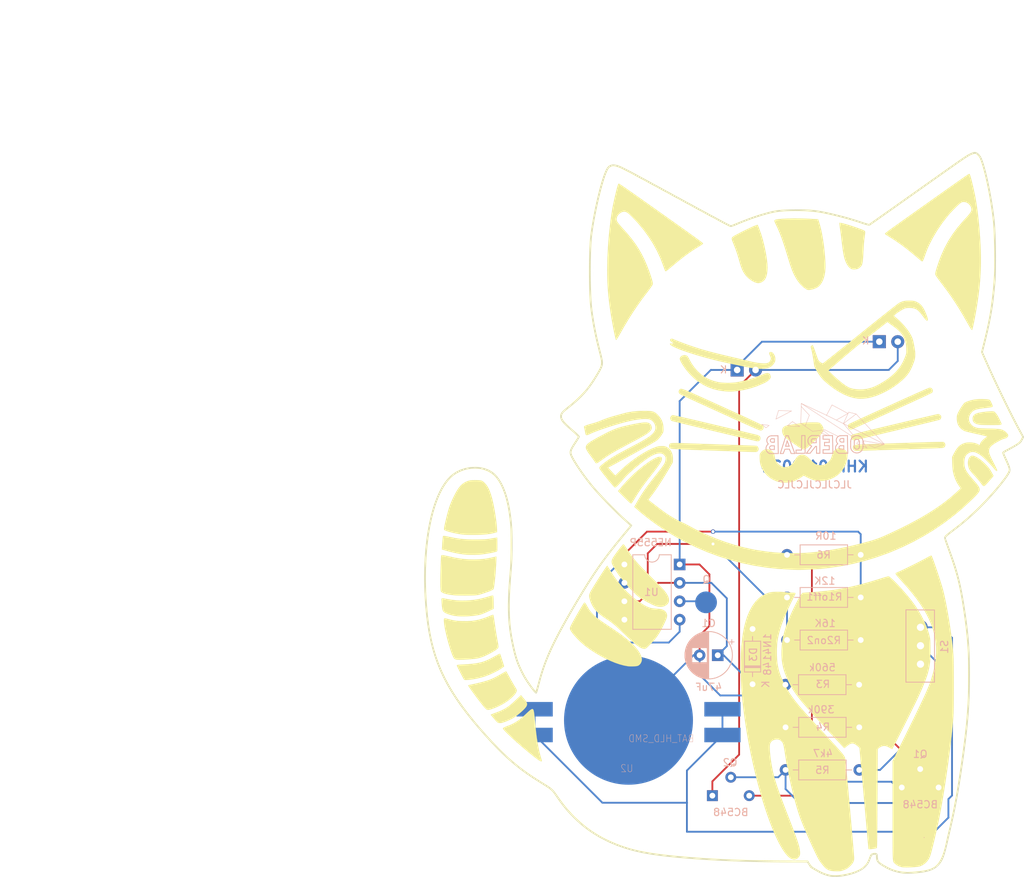
<source format=kicad_pcb>
(kicad_pcb (version 20221018) (generator pcbnew)
  (layers (0 "F.Cu" signal) (31 "B.Cu" signal) (34 "B.Paste" user) (35 "F.Paste" user) (36 "B.SilkS" user "B.Silkscreen") (37 "F.SilkS" user "F.Silkscreen") (38 "B.Mask" user) (39 "F.Mask" user) (44 "Edge.Cuts" user))
  (net 0 "")
  (net 1 "Net-(D3-K)")
  (net 2 "Net-(D1-K)")
  (net 3 "Net-(D1-A)")
  (net 4 "Net-(D3-A)")
  (net 5 "Net-(Q1-B)")
  (net 6 "Net-(Q1-C)")
  (net 7 "Net-(Q2-C)")
  (net 8 "Net-(S1-E)")
  (net 9 "Net-(S1-A-Pad1)")
  (net 11 "unconnected-(U1-Q-Pad3)")
  (footprint "LOGO" (layer "F.Cu") (at -18 15.7)
    (fp_text reference "G***" hide)
    (fp_text value "LOGO" hide)
  )
  (footprint "!Goody:LED_D3.0mm" (layer "F.Cu") (at 100.425 61.415)
    (fp_text reference "D2" hide)
    (fp_text value "LED")
  )
  (footprint "!Goody:ob-logo_B.SilkS" (layer "F.Cu") (at 98 90.765)
    (fp_text reference "G***" hide)
    (fp_text value "LOGO" hide)
  )
  (footprint "!Goody:TO-92L_Wide" (layer "F.Cu") (at 77.41 124.04)
    (fp_text reference "Q2" hide)
    (fp_text value "BC107" hide)
  )
  (footprint "!Goody:TO-92L_Wide" (layer "F.Cu") (at 103.52 122.91)
    (fp_text reference "Q1")
    (fp_text value "BC107")
  )
  (footprint "LOGO" (layer "F.Cu") (at 83.835589 83.92441)
    (fp_text reference "G***" hide)
    (fp_text value "LOGO" hide)
  )
  (footprint "!Goody:LED_D3.0mm" (layer "F.Cu") (at 80.825 65.315)
    (fp_text reference "D1" hide)
    (fp_text value "LED")
  )
  (footprint "LOGO" (layer "F.Cu") (at 83.835589 83.92441)
    (fp_text reference "G***" hide)
    (fp_text value "LOGO" hide)
  )
  (footprint "Resistor_THT:R_Axial_DIN0207_L6.3mm_D2.5mm_P10.16mm_Horizontal" (layer "B.Cu") (at 97.86 90.815 180)
    (fp_text reference "R6")
    (fp_text value "10R")
  )
  (footprint "Resistor_THT:R_Axial_DIN0207_L6.3mm_D2.5mm_P10.16mm_Horizontal" (layer "B.Cu") (at 87.48376 108.7316)
    (fp_text reference "R3")
    (fp_text value "560k")
  )
  (footprint "Diode_THT:D_DO-35_SOD27_P7.62mm_Horizontal" (layer "B.Cu") (at 82.95 108.665 90)
    (fp_text reference "D3")
    (fp_text value "1N4148")
  )
  (footprint "!Goody:Micro_SchalterKHF" (layer "B.Cu") (at 106.1 100.815 -90)
    (fp_text reference "S1")
    (fp_text value "Micro_Schalter")
  )
  (footprint "Resistor_THT:R_Axial_DIN0207_L6.3mm_D2.5mm_P10.16mm_Horizontal" (layer "B.Cu") (at 97.66 120.4872 180)
    (fp_text reference "R5")
    (fp_text value "4k7")
  )
  (footprint "!Goody:BAT-HLD-SMD-Blech" (layer "B.Cu") (at 65.846 113.639 180)
    (fp_text reference "U2")
    (fp_text value "BAT_HLD_SMD")
  )
  (footprint "Resistor_THT:R_Axial_DIN0207_L6.3mm_D2.5mm_P10.16mm_Horizontal" (layer "B.Cu") (at 97.86 102.5706 180)
    (fp_text reference "R2on2")
    (fp_text value "16K")
  )
  (footprint "Resistor_THT:R_Axial_DIN0207_L6.3mm_D2.5mm_P10.16mm_Horizontal" (layer "B.Cu") (at 97.86 96.6928 180)
    (fp_text reference "R1off1")
    (fp_text value "12K")
  )
  (footprint "Resistor_THT:R_Axial_DIN0207_L6.3mm_D2.5mm_P10.16mm_Horizontal" (layer "B.Cu") (at 97.66 114.6094 180)
    (fp_text reference "R4")
    (fp_text value "390k")
  )
  (footprint "Package_DIP:DIP-8_W7.62mm" (layer "B.Cu") (at 72.9 92.145 180)
    (fp_text reference "U1")
    (fp_text value "NE555P")
  )
  (footprint "Capacitor_THT:CP_Radial_D6.3mm_P2.50mm" (layer "B.Cu") (at 78.15 104.665 180)
    (fp_text reference "C1")
    (fp_text value "47uF")
  )
  (footprint "!Goody:LP" (layer "B.Cu") (at 76.54 97.37 180)
    (fp_text reference "Q")
    (fp_text value "LP")
  )
  (gr_line (start 46.498289 79.16861) (end 46.875789 79.37221) (stroke (width 0.1)) (layer "Edge.Cuts"))
  (gr_line (start 62.204589 64.51351) (end 62.214189 64.34391) (stroke (width 0.1)) (layer "Edge.Cuts"))
  (gr_line (start 58.300589 126.99981) (end 57.695189 126.36191) (stroke (width 0.1)) (layer "Edge.Cuts"))
  (gr_line (start 48.944389 82.62171) (end 49.146389 83.34751) (stroke (width 0.1)) (layer "Edge.Cuts"))
  (gr_line (start 61.507589 61.25471) (end 61.232089 59.96431) (stroke (width 0.1)) (layer "Edge.Cuts"))
  (gr_line (start 46.094289 79.00891) (end 46.498289 79.16861) (stroke (width 0.1)) (layer "Edge.Cuts"))
  (gr_line (start 63.530389 37.09217) (end 63.655889 37.0662) (stroke (width 0.1)) (layer "Edge.Cuts"))
  (gr_line (start 60.695889 46.88861) (end 60.749989 46.44421) (stroke (width 0.1)) (layer "Edge.Cuts"))
  (gr_line (start 107.235589 134.36541) (end 106.830889 134.46441) (stroke (width 0.1)) (layer "Edge.Cuts"))
  (gr_line (start 37.849049 91.57551) (end 37.943089 90.22951) (stroke (width 0.1)) (layer "Edge.Cuts"))
  (gr_line (start 57.703889 99.01921) (end 58.834089 97.08991) (stroke (width 0.1)) (layer "Edge.Cuts"))
  (gr_line (start 111.887789 119.24001) (end 111.420889 122.36911) (stroke (width 0.1)) (layer "Edge.Cuts"))
  (gr_line (start 43.853289 78.85491) (end 44.314389 78.80091) (stroke (width 0.1)) (layer "Edge.Cuts"))
  (gr_line (start 58.983789 74.60851) (end 59.028089 74.50131) (stroke (width 0.1)) (layer "Edge.Cuts"))
  (gr_line (start 49.765989 88.79941) (end 49.767189 89.86981) (stroke (width 0.1)) (layer "Edge.Cuts"))
  (gr_line (start 63.944089 37.07227) (end 64.115789 37.10732) (stroke (width 0.1)) (layer "Edge.Cuts"))
  (gr_line (start 91.056989 43.33831) (end 91.897489 43.42791) (stroke (width 0.1)) (layer "Edge.Cuts"))
  (gr_line (start 51.175889 107.04941) (end 51.379689 107.43921) (stroke (width 0.1)) (layer "Edge.Cuts"))
  (gr_line (start 65.608089 86.22561) (end 65.078789 85.75311) (stroke (width 0.1)) (layer "Edge.Cuts"))
  (gr_line (start 118.411089 79.20631) (end 118.372789 79.33761) (stroke (width 0.1)) (layer "Edge.Cuts"))
  (gr_line (start 49.767189 89.86981) (end 49.738389 90.98031) (stroke (width 0.1)) (layer "Edge.Cuts"))
  (gr_line (start 61.232089 59.96431) (end 60.982689 58.58871) (stroke (width 0.1)) (layer "Edge.Cuts"))
  (gr_line (start 120.072489 74.97741) (end 120.005889 75.09951) (stroke (width 0.1)) (layer "Edge.Cuts"))
  (gr_line (start 109.366589 132.04741) (end 109.182089 132.54341) (stroke (width 0.1)) (layer "Edge.Cuts"))
  (gr_line (start 112.823689 107.44661) (end 112.812989 108.88261) (stroke (width 0.1)) (layer "Edge.Cuts"))
  (gr_line (start 56.649589 71.31761) (end 56.717089 71.20691) (stroke (width 0.1)) (layer "Edge.Cuts"))
  (gr_line (start 49.247789 118.88941) (end 48.376089 118.06851) (stroke (width 0.1)) (layer "Edge.Cuts"))
  (gr_line (start 52.008589 108.45601) (end 52.500489 109.14381) (stroke (width 0.1)) (layer "Edge.Cuts"))
  (gr_line (start 60.579389 54.81041) (end 60.535389 53.32571) (stroke (width 0.1)) (layer "Edge.Cuts"))
  (gr_line (start 97.404589 44.79381) (end 97.877389 44.95991) (stroke (width 0.1)) (layer "Edge.Cuts"))
  (gr_line (start 112.797189 105.16001) (end 112.817289 106.24331) (stroke (width 0.1)) (layer "Edge.Cuts"))
  (gr_line (start 47.531889 79.91221) (end 47.702689 80.10951) (stroke (width 0.1)) (layer "Edge.Cuts"))
  (gr_line (start 40.318089 81.32161) (end 40.538589 80.98231) (stroke (width 0.1)) (layer "Edge.Cuts"))
  (gr_line (start 56.539789 71.75251) (end 56.563889 71.57021) (stroke (width 0.1)) (layer "Edge.Cuts"))
  (gr_line (start 47.702689 80.10951) (end 47.866889 80.32391) (stroke (width 0.1)) (layer "Edge.Cuts"))
  (gr_line (start 116.338789 53.08921) (end 116.147689 55.00491) (stroke (width 0.1)) (layer "Edge.Cuts"))
  (gr_line (start 101.910889 134.20141) (end 101.451189 133.97841) (stroke (width 0.1)) (layer "Edge.Cuts"))
  (gr_line (start 99.273189 132.31441) (end 99.189489 132.52841) (stroke (width 0.1)) (layer "Edge.Cuts"))
  (gr_line (start 97.123589 134.63041) (end 96.674489 134.77941) (stroke (width 0.1)) (layer "Edge.Cuts"))
  (gr_line (start 90.872189 133.67141) (end 90.760289 133.51041) (stroke (width 0.1)) (layer "Edge.Cuts"))
  (gr_line (start 112.184589 36.0373) (end 112.779689 35.66872) (stroke (width 0.1)) (layer "Edge.Cuts"))
  (gr_line (start 60.520289 51.74591) (end 60.534189 50.16931) (stroke (width 0.1)) (layer "Edge.Cuts"))
  (gr_line (start 118.202289 79.67281) (end 117.881189 80.14711) (stroke (width 0.1)) (layer "Edge.Cuts"))
  (gr_line (start 51.948889 121.03851) (end 51.014489 120.35801) (stroke (width 0.1)) (layer "Edge.Cuts"))
  (gr_line (start 110.474189 127.37491) (end 110.178489 128.66351) (stroke (width 0.1)) (layer "Edge.Cuts"))
  (gr_line (start 90.139689 43.28061) (end 91.056989 43.33831) (stroke (width 0.1)) (layer "Edge.Cuts"))
  (gr_line (start 60.753989 57.10021) (end 60.699489 56.64351) (stroke (width 0.1)) (layer "Edge.Cuts"))
  (gr_line (start 55.043789 123.03071) (end 54.779789 122.84541) (stroke (width 0.1)) (layer "Edge.Cuts"))
  (gr_line (start 59.028089 74.50131) (end 58.939589 74.39151) (stroke (width 0.1)) (layer "Edge.Cuts"))
  (gr_line (start 63.792289 37.05906) (end 63.944089 37.07227) (stroke (width 0.1)) (layer "Edge.Cuts"))
  (gr_line (start 49.492389 100.79351) (end 49.572989 101.41851) (stroke (width 0.1)) (layer "Edge.Cuts"))
  (gr_line (start 114.997789 83.55161) (end 114.126689 84.43101) (stroke (width 0.1)) (layer "Edge.Cuts"))
  (gr_line (start 116.415289 49.00821) (end 116.424589 50.26611) (stroke (width 0.1)) (layer "Edge.Cuts"))
  (gr_line (start 61.054889 81.60181) (end 60.612589 81.07201) (stroke (width 0.1)) (layer "Edge.Cuts"))
  (gr_line (start 107.603089 134.23941) (end 107.235589 134.36541) (stroke (width 0.1)) (layer "Edge.Cuts"))
  (gr_line (start 117.881189 80.14711) (end 117.378689 80.81151) (stroke (width 0.1)) (layer "Edge.Cuts"))
  (gr_line (start 60.648989 47.42001) (end 60.695889 46.88861) (stroke (width 0.1)) (layer "Edge.Cuts"))
  (gr_line (start 98.945689 133.18141) (end 98.844089 133.36541) (stroke (width 0.1)) (layer "Edge.Cuts"))
  (gr_line (start 66.869989 131.65741) (end 65.942089 131.40941) (stroke (width 0.1)) (layer "Edge.Cuts"))
  (gr_line (start 102.180889 134.31141) (end 101.910889 134.20141) (stroke (width 0.1)) (layer "Edge.Cuts"))
  (gr_line (start 50.120689 119.64711) (end 49.247789 118.88941) (stroke (width 0.1)) (layer "Edge.Cuts"))
  (gr_line (start 116.424589 50.26611) (end 116.415689 51.42211) (stroke (width 0.1)) (layer "Edge.Cuts"))
  (gr_line (start 102.078189 43.16791) (end 106.328589 40.15771) (stroke (width 0.1)) (layer "Edge.Cuts"))
  (gr_line (start 99.371789 132.18141) (end 99.319089 132.23941) (stroke (width 0.1)) (layer "Edge.Cuts"))
  (gr_line (start 110.018989 87.88331) (end 109.682189 88.17141) (stroke (width 0.1)) (layer "Edge.Cuts"))
  (gr_line (start 58.436889 75.46741) (end 58.857489 74.82641) (stroke (width 0.1)) (layer "Edge.Cuts"))
  (gr_line (start 112.623489 112.94441) (end 112.497589 114.34611) (stroke (width 0.1)) (layer "Edge.Cuts"))
  (gr_line (start 56.717089 71.20691) (end 56.819389 71.08781) (stroke (width 0.1)) (layer "Edge.Cuts"))
  (gr_line (start 102.477089 134.41541) (end 102.180889 134.31141) (stroke (width 0.1)) (layer "Edge.Cuts"))
  (gr_line (start 119.687389 75.43871) (end 119.314789 75.69041) (stroke (width 0.1)) (layer "Edge.Cuts"))
  (gr_line (start 62.214189 64.34391) (end 62.205789 64.16291) (stroke (width 0.1)) (layer "Edge.Cuts"))
  (gr_line (start 49.146389 83.34751) (end 49.320789 84.12931) (stroke (width 0.1)) (layer "Edge.Cuts"))
  (gr_line (start 61.630989 41.73941) (end 61.966089 40.38021) (stroke (width 0.1)) (layer "Edge.Cuts"))
  (gr_line (start 104.785889 134.69841) (end 104.339689 134.70941) (stroke (width 0.1)) (layer "Edge.Cuts"))
  (gr_line (start 58.939589 74.39151) (end 58.703989 74.16681) (stroke (width 0.1)) (layer "Edge.Cuts"))
  (gr_line (start 110.851289 92.44301) (end 111.138689 93.41291) (stroke (width 0.1)) (layer "Edge.Cuts"))
  (gr_line (start 42.511289 79.26541) (end 42.946789 79.08751) (stroke (width 0.1)) (layer "Edge.Cuts"))
  (gr_line (start 63.340189 130.45841) (end 62.532689 130.07141) (stroke (width 0.1)) (layer "Edge.Cuts"))
  (gr_line (start 64.177389 130.81041) (end 63.340189 130.45841) (stroke (width 0.1)) (layer "Edge.Cuts"))
  (gr_line (start 57.182789 70.76801) (end 57.849389 70.24531) (stroke (width 0.1)) (layer "Edge.Cuts"))
  (gr_line (start 115.067389 60.96421) (end 114.593889 62.85261) (stroke (width 0.1)) (layer "Edge.Cuts"))
  (gr_line (start 94.914089 135.12841) (end 94.565989 135.15741) (stroke (width 0.1)) (layer "Edge.Cuts"))
  (gr_line (start 49.589289 93.31291) (end 49.447089 95.13351) (stroke (width 0.1)) (layer "Edge.Cuts"))
  (gr_line (start 116.387489 52.39131) (end 116.338789 53.08921) (stroke (width 0.1)) (layer "Edge.Cuts"))
  (gr_line (start 44.773989 78.78891) (end 45.227189 78.81941) (stroke (width 0.1)) (layer "Edge.Cuts"))
  (gr_line (start 56.046189 124.22941) (end 55.623689 123.61761) (stroke (width 0.1)) (layer "Edge.Cuts"))
  (gr_line (start 64.214189 89.23481) (end 65.121689 88.13091) (stroke (width 0.1)) (layer "Edge.Cuts"))
  (gr_line (start 59.796889 68.43361) (end 60.214789 67.93061) (stroke (width 0.1)) (layer "Edge.Cuts"))
  (gr_line (start 118.115289 78.13281) (end 118.276989 78.53131) (stroke (width 0.1)) (layer "Edge.Cuts"))
  (gr_line (start 50.350889 105.04551) (end 50.477989 105.42551) (stroke (width 0.1)) (layer "Edge.Cuts"))
  (gr_line (start 60.612589 81.07201) (end 60.055389 80.35121) (stroke (width 0.1)) (layer "Edge.Cuts"))
  (gr_line (start 101.100989 133.77341) (end 100.740889 133.54041) (stroke (width 0.1)) (layer "Edge.Cuts"))
  (gr_line (start 95.595389 44.25791) (end 96.860389 44.61971) (stroke (width 0.1)) (layer "Edge.Cuts"))
  (gr_line (start 63.174989 37.26799) (end 63.411489 37.13546) (stroke (width 0.1)) (layer "Edge.Cuts"))
  (gr_line (start 53.254489 109.43521) (end 53.510989 108.45671) (stroke (width 0.1)) (layer "Edge.Cuts"))
  (gr_line (start 97.511889 134.46941) (end 97.123589 134.63041) (stroke (width 0.1)) (layer "Edge.Cuts"))
  (gr_line (start 56.565289 71.94291) (end 56.539789 71.75251) (stroke (width 0.1)) (layer "Edge.Cuts"))
  (gr_line (start 60.404689 94.52761) (end 61.138489 93.40091) (stroke (width 0.1)) (layer "Edge.Cuts"))
  (gr_line (start 61.391689 66.20031) (end 61.727489 65.63671) (stroke (width 0.1)) (layer "Edge.Cuts"))
  (gr_line (start 61.138489 93.40091) (end 61.865689 92.33771) (stroke (width 0.1)) (layer "Edge.Cuts"))
  (gr_line (start 118.372789 79.33761) (end 118.304489 79.49101) (stroke (width 0.1)) (layer "Edge.Cuts"))
  (gr_line (start 57.117889 125.68771) (end 56.568289 124.97691) (stroke (width 0.1)) (layer "Edge.Cuts"))
  (gr_line (start 94.156889 43.89431) (end 95.595389 44.25791) (stroke (width 0.1)) (layer "Edge.Cuts"))
  (gr_line (start 41.495489 109.67321) (end 40.905189 108.66231) (stroke (width 0.1)) (layer "Edge.Cuts"))
  (gr_line (start 110.522489 91.44941) (end 110.851289 92.44301) (stroke (width 0.1)) (layer "Edge.Cuts"))
  (gr_line (start 116.147689 55.00491) (end 116.078089 55.66271) (stroke (width 0.1)) (layer "Edge.Cuts"))
  (gr_line (start 42.152489 110.69321) (end 41.495489 109.67321) (stroke (width 0.1)) (layer "Edge.Cuts"))
  (gr_line (start 80.351689 45.35051) (end 81.134789 45.02371) (stroke (width 0.1)) (layer "Edge.Cuts"))
  (gr_line (start 39.174589 83.84431) (end 39.343189 83.36961) (stroke (width 0.1)) (layer "Edge.Cuts"))
  (gr_line (start 62.205789 64.16291) (end 62.137389 63.74151) (stroke (width 0.1)) (layer "Edge.Cuts"))
  (gr_line (start 94.565989 135.15741) (end 94.230289 135.15641) (stroke (width 0.1)) (layer "Edge.Cuts"))
  (gr_line (start 115.444289 59.35481) (end 115.067389 60.96421) (stroke (width 0.1)) (layer "Edge.Cuts"))
  (gr_line (start 39.911189 106.63981) (end 39.500589 105.61441) (stroke (width 0.1)) (layer "Edge.Cuts"))
  (gr_line (start 57.894889 76.96571) (end 57.852689 76.82881) (stroke (width 0.1)) (layer "Edge.Cuts"))
  (gr_line (start 65.044589 131.12741) (end 64.177389 130.81041) (stroke (width 0.1)) (layer "Edge.Cuts"))
  (gr_line (start 53.510989 108.45671) (end 53.840289 107.26951) (stroke (width 0.1)) (layer "Edge.Cuts"))
  (gr_line (start 68.537889 131.99841) (end 67.828589 131.86941) (stroke (width 0.1)) (layer "Edge.Cuts"))
  (gr_line (start 97.877389 44.95991) (end 98.302089 45.10781) (stroke (width 0.1)) (layer "Edge.Cuts"))
  (gr_line (start 63.655889 37.0662) (end 63.792289 37.05906) (stroke (width 0.1)) (layer "Edge.Cuts"))
  (gr_line (start 100.452589 133.36841) (end 100.342489 133.26541) (stroke (width 0.1)) (layer "Edge.Cuts"))
  (gr_line (start 38.354729 101.25621) (end 38.175339 100.06781) (stroke (width 0.1)) (layer "Edge.Cuts"))
  (gr_line (start 61.628489 82.24611) (end 61.054889 81.60181) (stroke (width 0.1)) (layer "Edge.Cuts"))
  (gr_line (start 111.622489 95.42101) (end 111.835689 96.52871) (stroke (width 0.1)) (layer "Edge.Cuts"))
  (gr_line (start 114.019589 35.54061) (end 114.233189 35.77095) (stroke (width 0.1)) (layer "Edge.Cuts"))
  (gr_line (start 53.125189 109.86481) (end 53.254489 109.43521) (stroke (width 0.1)) (layer "Edge.Cuts"))
  (gr_line (start 55.257189 103.62141) (end 55.933789 102.24571) (stroke (width 0.1)) (layer "Edge.Cuts"))
  (gr_line (start 104.339689 134.70941) (end 103.917589 134.69241) (stroke (width 0.1)) (layer "Edge.Cuts"))
  (gr_line (start 91.267389 134.04541) (end 91.142389 133.95541) (stroke (width 0.1)) (layer "Edge.Cuts"))
  (gr_line (start 117.509789 76.68941) (end 117.517189 76.75691) (stroke (width 0.1)) (layer "Edge.Cuts"))
  (gr_line (start 49.674589 86.78821) (end 49.734989 87.77141) (stroke (width 0.1)) (layer "Edge.Cuts"))
  (gr_line (start 91.583889 134.20241) (end 91.267189 134.04541) (stroke (width 0.1)) (layer "Edge.Cuts"))
  (gr_line (start 43.680289 112.78811) (end 42.879589 111.72921) (stroke (width 0.1)) (layer "Edge.Cuts"))
  (gr_line (start 92.150289 134.55841) (end 91.848689 134.38041) (stroke (width 0.1)) (layer "Edge.Cuts"))
  (gr_line (start 57.934989 73.50311) (end 57.546089 73.17121) (stroke (width 0.1)) (layer "Edge.Cuts"))
  (gr_line (start 118.276989 78.53131) (end 118.384589 78.86421) (stroke (width 0.1)) (layer "Edge.Cuts"))
  (gr_line (start 84.774289 43.75371) (end 85.342389 43.60361) (stroke (width 0.1)) (layer "Edge.Cuts"))
  (gr_line (start 51.587889 107.80571) (end 52.008589 108.45601) (stroke (width 0.1)) (layer "Edge.Cuts"))
  (gr_line (start 49.734989 87.77141) (end 49.765989 88.79941) (stroke (width 0.1)) (layer "Edge.Cuts"))
  (gr_line (start 116.078089 55.66271) (end 115.988689 56.35131) (stroke (width 0.1)) (layer "Edge.Cuts"))
  (gr_line (start 98.362289 133.93141) (end 98.126389 134.11741) (stroke (width 0.1)) (layer "Edge.Cuts"))
  (gr_line (start 86.533189 43.37761) (end 87.342389 43.30341) (stroke (width 0.1)) (layer "Edge.Cuts"))
  (gr_line (start 37.797299 92.96391) (end 37.849049 91.57551) (stroke (width 0.1)) (layer "Edge.Cuts"))
  (gr_line (start 61.308189 43.23521) (end 61.630989 41.73941) (stroke (width 0.1)) (layer "Edge.Cuts"))
  (gr_line (start 61.727489 65.63671) (end 61.971089 65.20081) (stroke (width 0.1)) (layer "Edge.Cuts"))
  (gr_line (start 99.713589 132.07341) (end 99.510189 132.10841) (stroke (width 0.1)) (layer "Edge.Cuts"))
  (gr_line (start 40.767389 80.66801) (end 41.004189 80.37971) (stroke (width 0.1)) (layer "Edge.Cuts"))
  (gr_line (start 54.962889 104.26701) (end 55.257189 103.62141) (stroke (width 0.1)) (layer "Edge.Cuts"))
  (gr_line (start 58.388789 69.80971) (end 58.889389 69.36681) (stroke (width 0.1)) (layer "Edge.Cuts"))
  (gr_line (start 40.538589 80.98231) (end 40.767389 80.66801) (stroke (width 0.1)) (layer "Edge.Cuts"))
  (gr_line (start 113.805189 35.40038) (end 113.914889 35.4583) (stroke (width 0.1)) (layer "Edge.Cuts"))
  (gr_line (start 117.378689 80.81151) (end 116.635389 81.73061) (stroke (width 0.1)) (layer "Edge.Cuts"))
  (gr_line (start 46.557589 116.17191) (end 45.515789 115.00251) (stroke (width 0.1)) (layer "Edge.Cuts"))
  (gr_line (start 106.328589 40.15771) (end 110.388089 37.28216) (stroke (width 0.1)) (layer "Edge.Cuts"))
  (gr_line (start 113.685889 35.36869) (end 113.805189 35.40038) (stroke (width 0.1)) (layer "Edge.Cuts"))
  (gr_line (start 110.562689 87.47651) (end 110.018989 87.88331) (stroke (width 0.1)) (layer "Edge.Cuts"))
  (gr_line (start 62.128189 64.84291) (end 62.176189 64.67771) (stroke (width 0.1)) (layer "Edge.Cuts"))
  (gr_line (start 112.132789 117.45491) (end 111.887789 119.24001) (stroke (width 0.1)) (layer "Edge.Cuts"))
  (gr_line (start 97.844489 134.29741) (end 97.511889 134.46941) (stroke (width 0.1)) (layer "Edge.Cuts"))
  (gr_line (start 58.313889 77.79621) (end 58.057289 77.32881) (stroke (width 0.1)) (layer "Edge.Cuts"))
  (gr_line (start 102.799289 134.50841) (end 102.477089 134.41541) (stroke (width 0.1)) (layer "Edge.Cuts"))
  (gr_line (start 116.036089 43.21791) (end 116.220289 44.64831) (stroke (width 0.1)) (layer "Edge.Cuts"))
  (gr_line (start 111.835689 96.52871) (end 112.040889 97.75191) (stroke (width 0.1)) (layer "Edge.Cuts"))
  (gr_line (start 114.344189 35.94121) (end 114.463689 36.1933) (stroke (width 0.1)) (layer "Edge.Cuts"))
  (gr_line (start 93.601089 135.08341) (end 93.310389 135.01841) (stroke (width 0.1)) (layer "Edge.Cuts"))
  (gr_line (start 99.090389 132.83341) (end 98.945689 133.18141) (stroke (width 0.1)) (layer "Edge.Cuts"))
  (gr_line (start 62.773989 37.8942) (end 62.917889 37.60135) (stroke (width 0.1)) (layer "Edge.Cuts"))
  (gr_line (start 84.138089 133.10341) (end 81.379889 133.03041) (stroke (width 0.1)) (layer "Edge.Cuts"))
  (gr_line (start 37.905179 97.32581) (end 37.824429 95.84491) (stroke (width 0.1)) (layer "Edge.Cuts"))
  (gr_line (start 38.573529 102.39821) (end 38.354729 101.25621) (stroke (width 0.1)) (layer "Edge.Cuts"))
  (gr_line (start 79.968989 45.48641) (end 80.351689 45.35051) (stroke (width 0.1)) (layer "Edge.Cuts"))
  (gr_line (start 56.777489 72.36571) (end 56.643489 72.14581) (stroke (width 0.1)) (layer "Edge.Cuts"))
  (gr_line (start 37.943089 90.22951) (end 38.078499 88.93171) (stroke (width 0.1)) (layer "Edge.Cuts"))
  (gr_line (start 57.980189 76.22081) (end 58.166389 75.88141) (stroke (width 0.1)) (layer "Edge.Cuts"))
  (gr_line (start 120.005889 75.09951) (end 119.923589 75.21391) (stroke (width 0.1)) (layer "Edge.Cuts"))
  (gr_line (start 100.740889 133.54041) (end 100.585089 133.45941) (stroke (width 0.1)) (layer "Edge.Cuts"))
  (gr_line (start 110.388089 37.28216) (end 111.399989 36.57017) (stroke (width 0.1)) (layer "Edge.Cuts"))
  (gr_line (start 52.500489 109.14381) (end 52.920389 109.67731) (stroke (width 0.1)) (layer "Edge.Cuts"))
  (gr_line (start 115.500089 64.91531) (end 116.444089 66.96931) (stroke (width 0.1)) (layer "Edge.Cuts"))
  (gr_line (start 61.966089 40.38021) (end 62.300689 39.20541) (stroke (width 0.1)) (layer "Edge.Cuts"))
  (gr_line (start 100.342489 133.26541) (end 100.254089 133.14741) (stroke (width 0.1)) (layer "Edge.Cuts"))
  (gr_line (start 112.779689 35.66872) (end 113.017989 35.54141) (stroke (width 0.1)) (layer "Edge.Cuts"))
  (gr_line (start 114.463689 36.1933) (end 114.590389 36.52065) (stroke (width 0.1)) (layer "Edge.Cuts"))
  (gr_line (start 112.817289 106.24331) (end 112.823689 107.44661) (stroke (width 0.1)) (layer "Edge.Cuts"))
  (gr_line (start 110.143789 90.39741) (end 110.522489 91.44941) (stroke (width 0.1)) (layer "Edge.Cuts"))
  (gr_line (start 112.705689 103.20681) (end 112.760789 104.16011) (stroke (width 0.1)) (layer "Edge.Cuts"))
  (gr_line (start 115.279689 39.05751) (end 115.554089 40.37011) (stroke (width 0.1)) (layer "Edge.Cuts"))
  (gr_line (start 106.830889 134.46441) (end 106.386389 134.54041) (stroke (width 0.1)) (layer "Edge.Cuts"))
  (gr_line (start 103.519889 134.65141) (end 103.146989 134.58841) (stroke (width 0.1)) (layer "Edge.Cuts"))
  (gr_line (start 117.523389 76.65951) (end 117.509789 76.68941) (stroke (width 0.1)) (layer "Edge.Cuts"))
  (gr_line (start 59.643389 95.74741) (end 60.404689 94.52761) (stroke (width 0.1)) (layer "Edge.Cuts"))
  (gr_line (start 116.635389 81.73061) (end 115.837889 82.64771) (stroke (width 0.1)) (layer "Edge.Cuts"))
  (gr_line (start 60.535389 53.32571) (end 60.520289 51.74591) (stroke (width 0.1)) (layer "Edge.Cuts"))
  (gr_line (start 71.274089 132.36041) (end 70.269989 132.24541) (stroke (width 0.1)) (layer "Edge.Cuts"))
  (gr_line (start 66.251789 38.09113) (end 67.296689 38.6548) (stroke (width 0.1)) (layer "Edge.Cuts"))
  (gr_line (start 54.694989 104.89111) (end 54.962889 104.26701) (stroke (width 0.1)) (layer "Edge.Cuts"))
  (gr_line (start 40.905189 108.66231) (end 40.378289 107.65351) (stroke (width 0.1)) (layer "Edge.Cuts"))
  (gr_line (start 114.593889 62.85261) (end 115.500089 64.91531) (stroke (width 0.1)) (layer "Edge.Cuts"))
  (gr_line (start 108.510289 133.62941) (end 108.237689 133.87741) (stroke (width 0.1)) (layer "Edge.Cuts"))
  (gr_line (start 94.230289 135.15641) (end 93.908189 135.13041) (stroke (width 0.1)) (layer "Edge.Cuts"))
  (gr_line (start 116.444089 66.96931) (end 117.661489 69.49991) (stroke (width 0.1)) (layer "Edge.Cuts"))
  (gr_line (start 43.395789 78.95051) (end 43.853289 78.85491) (stroke (width 0.1)) (layer "Edge.Cuts"))
  (gr_line (start 38.175339 100.06781) (end 38.031959 98.82601) (stroke (width 0.1)) (layer "Edge.Cuts"))
  (gr_line (start 100.139489 132.85441) (end 100.111789 132.67541) (stroke (width 0.1)) (layer "Edge.Cuts"))
  (gr_line (start 62.917889 37.60135) (end 63.052089 37.39062) (stroke (width 0.1)) (layer "Edge.Cuts"))
  (gr_line (start 54.018189 122.37361) (end 52.943589 121.70491) (stroke (width 0.1)) (layer "Edge.Cuts"))
  (gr_line (start 117.588889 76.98731) (end 117.725589 77.31621) (stroke (width 0.1)) (layer "Edge.Cuts"))
  (gr_line (start 91.897489 43.42791) (end 92.619589 43.54911) (stroke (width 0.1)) (layer "Edge.Cuts"))
  (gr_line (start 109.535789 131.47341) (end 109.366589 132.04741) (stroke (width 0.1)) (layer "Edge.Cuts"))
  (gr_line (start 62.137389 63.74151) (end 62.005189 63.19971) (stroke (width 0.1)) (layer "Edge.Cuts"))
  (gr_line (start 64.115789 37.10732) (end 64.311889 37.16573) (stroke (width 0.1)) (layer "Edge.Cuts"))
  (gr_line (start 65.078789 85.75311) (end 64.443089 85.14981) (stroke (width 0.1)) (layer "Edge.Cuts"))
  (gr_line (start 91.267389 134.04541) (end 91.267389 134.04541) (stroke (width 0.1)) (layer "Edge.Cuts"))
  (gr_line (start 54.228789 106.09411) (end 54.450989 105.49851) (stroke (width 0.1)) (layer "Edge.Cuts"))
  (gr_line (start 111.442489 86.80851) (end 110.562689 87.47651) (stroke (width 0.1)) (layer "Edge.Cuts"))
  (gr_line (start 48.458789 81.34721) (end 48.715089 81.95421) (stroke (width 0.1)) (layer "Edge.Cuts"))
  (gr_line (start 50.249989 104.69281) (end 50.350889 105.04551) (stroke (width 0.1)) (layer "Edge.Cuts"))
  (gr_line (start 48.376089 118.06851) (end 47.485889 117.16811) (stroke (width 0.1)) (layer "Edge.Cuts"))
  (gr_line (start 113.399489 35.39145) (end 113.552289 35.3651) (stroke (width 0.1)) (layer "Edge.Cuts"))
  (gr_line (start 47.866889 80.32391) (end 48.175989 80.80301) (stroke (width 0.1)) (layer "Edge.Cuts"))
  (gr_line (start 51.014489 120.35801) (end 50.120689 119.64711) (stroke (width 0.1)) (layer "Edge.Cuts"))
  (gr_line (start 63.010889 83.71431) (end 62.293689 82.96381) (stroke (width 0.1)) (layer "Edge.Cuts"))
  (gr_line (start 53.101989 109.86091) (end 53.125189 109.86481) (stroke (width 0.1)) (layer "Edge.Cuts"))
  (gr_line (start 85.854889 43.48561) (end 86.533189 43.37761) (stroke (width 0.1)) (layer "Edge.Cuts"))
  (gr_line (start 112.402289 100.25941) (end 112.528989 101.29311) (stroke (width 0.1)) (layer "Edge.Cuts"))
  (gr_line (start 41.004189 80.37971) (end 41.335789 80.04141) (stroke (width 0.1)) (layer "Edge.Cuts"))
  (gr_line (start 107.936289 134.07841) (end 107.603089 134.23941) (stroke (width 0.1)) (layer "Edge.Cuts"))
  (gr_line (start 62.176189 64.67771) (end 62.204589 64.51351) (stroke (width 0.1)) (layer "Edge.Cuts"))
  (gr_line (start 98.844089 133.36541) (end 98.716189 133.55341) (stroke (width 0.1)) (layer "Edge.Cuts"))
  (gr_line (start 58.703989 74.16681) (end 57.934989 73.50311) (stroke (width 0.1)) (layer "Edge.Cuts"))
  (gr_line (start 67.828589 131.86941) (end 66.869989 131.65741) (stroke (width 0.1)) (layer "Edge.Cuts"))
  (gr_line (start 111.392889 94.39401) (end 111.622489 95.42101) (stroke (width 0.1)) (layer "Edge.Cuts"))
  (gr_line (start 85.342389 43.60361) (end 85.854889 43.48561) (stroke (width 0.1)) (layer "Edge.Cuts"))
  (gr_line (start 49.383389 99.52481) (end 49.429289 100.16431) (stroke (width 0.1)) (layer "Edge.Cuts"))
  (gr_line (start 49.363489 96.74331) (end 49.344589 97.48441) (stroke (width 0.1)) (layer "Edge.Cuts"))
  (gr_line (start 44.314389 78.80091) (end 44.773989 78.78891) (stroke (width 0.1)) (layer "Edge.Cuts"))
  (gr_line (start 62.532689 130.07141) (end 61.754789 129.64841) (stroke (width 0.1)) (layer "Edge.Cuts"))
  (gr_line (start 65.942089 131.40941) (end 65.044589 131.12741) (stroke (width 0.1)) (layer "Edge.Cuts"))
  (gr_line (start 118.864589 71.91901) (end 119.370989 72.90301) (stroke (width 0.1)) (layer "Edge.Cuts"))
  (gr_line (start 47.485889 117.16811) (end 46.557589 116.17191) (stroke (width 0.1)) (layer "Edge.Cuts"))
  (gr_line (start 49.585189 85.85191) (end 49.674589 86.78821) (stroke (width 0.1)) (layer "Edge.Cuts"))
  (gr_line (start 81.684989 44.79541) (end 82.280089 44.56651) (stroke (width 0.1)) (layer "Edge.Cuts"))
  (gr_line (start 57.846789 76.61681) (end 57.872789 76.49791) (stroke (width 0.1)) (layer "Edge.Cuts"))
  (gr_line (start 38.835169 103.50051) (end 38.573529 102.39821) (stroke (width 0.1)) (layer "Edge.Cuts"))
  (gr_line (start 56.568289 124.97691) (end 56.046189 124.22941) (stroke (width 0.1)) (layer "Edge.Cuts"))
  (gr_line (start 73.522689 42.04251) (end 78.247689 44.60391) (stroke (width 0.1)) (layer "Edge.Cuts"))
  (gr_line (start 61.814789 62.48801) (end 61.507589 61.25471) (stroke (width 0.1)) (layer "Edge.Cuts"))
  (gr_line (start 62.606889 91.30871) (end 63.382789 90.28421) (stroke (width 0.1)) (layer "Edge.Cuts"))
  (gr_line (start 58.834089 97.08991) (end 59.643389 95.74741) (stroke (width 0.1)) (layer "Edge.Cuts"))
  (gr_line (start 116.388989 47.73281) (end 116.415289 49.00821) (stroke (width 0.1)) (layer "Edge.Cuts"))
  (gr_line (start 65.429889 37.6631) (end 66.251789 38.09113) (stroke (width 0.1)) (layer "Edge.Cuts"))
  (gr_line (start 51.379689 107.43921) (end 51.587889 107.80571) (stroke (width 0.1)) (layer "Edge.Cuts"))
  (gr_line (start 58.653389 78.35001) (end 58.313889 77.79621) (stroke (width 0.1)) (layer "Edge.Cuts"))
  (gr_line (start 88.240889 43.26281) (end 89.187189 43.25531) (stroke (width 0.1)) (layer "Edge.Cuts"))
  (gr_line (start 57.852689 76.82881) (end 57.838189 76.72471) (stroke (width 0.1)) (layer "Edge.Cuts"))
  (gr_line (start 39.500589 105.61441) (end 39.143089 104.57031) (stroke (width 0.1)) (layer "Edge.Cuts"))
  (gr_line (start 38.254329 87.68801) (end 38.469659 86.50411) (stroke (width 0.1)) (layer "Edge.Cuts"))
  (gr_line (start 54.779789 122.84541) (end 54.018189 122.37361) (stroke (width 0.1)) (layer "Edge.Cuts"))
  (gr_line (start 110.736589 126.15231) (end 110.474189 127.37491) (stroke (width 0.1)) (layer "Edge.Cuts"))
  (gr_line (start 115.837889 82.64771) (end 114.997789 83.55161) (stroke (width 0.1)) (layer "Edge.Cuts"))
  (gr_line (start 92.550189 134.75441) (end 92.150289 134.55841) (stroke (width 0.1)) (layer "Edge.Cuts"))
  (gr_line (start 41.335789 80.04141) (end 41.700789 79.74281) (stroke (width 0.1)) (layer "Edge.Cuts"))
  (gr_line (start 98.669389 45.21751) (end 98.939989 45.27841) (stroke (width 0.1)) (layer "Edge.Cuts"))
  (gr_line (start 101.451189 133.97841) (end 101.100989 133.77341) (stroke (width 0.1)) (layer "Edge.Cuts"))
  (gr_line (start 39.015089 84.33911) (end 39.174589 83.84431) (stroke (width 0.1)) (layer "Edge.Cuts"))
  (gr_line (start 55.623689 123.61761) (end 55.444489 123.39731) (stroke (width 0.1)) (layer "Edge.Cuts"))
  (gr_line (start 56.603089 71.43391) (end 56.649589 71.31761) (stroke (width 0.1)) (layer "Edge.Cuts"))
  (gr_line (start 62.293689 82.96381) (end 61.628489 82.24611) (stroke (width 0.1)) (layer "Edge.Cuts"))
  (gr_line (start 73.511289 132.57441) (end 71.274089 132.36041) (stroke (width 0.1)) (layer "Edge.Cuts"))
  (gr_line (start 96.159889 134.91441) (end 95.574689 135.03141) (stroke (width 0.1)) (layer "Edge.Cuts"))
  (gr_line (start 56.970489 72.60691) (end 56.777489 72.36571) (stroke (width 0.1)) (layer "Edge.Cuts"))
  (gr_line (start 52.943589 121.70491) (end 51.948889 121.03851) (stroke (width 0.1)) (layer "Edge.Cuts"))
  (gr_line (start 55.258289 123.20821) (end 55.043789 123.03071) (stroke (width 0.1)) (layer "Edge.Cuts"))
  (gr_line (start 62.463889 38.70224) (end 62.622189 38.26316) (stroke (width 0.1)) (layer "Edge.Cuts"))
  (gr_line (start 116.220289 44.64831) (end 116.290289 45.46821) (stroke (width 0.1)) (layer "Edge.Cuts"))
  (gr_line (start 86.838989 133.12841) (end 84.138089 133.10341) (stroke (width 0.1)) (layer "Edge.Cuts"))
  (gr_line (start 109.488489 88.45631) (end 109.489389 88.52931) (stroke (width 0.1)) (layer "Edge.Cuts"))
  (gr_line (start 113.552289 35.3651) (end 113.685889 35.36869) (stroke (width 0.1)) (layer "Edge.Cuts"))
  (gr_line (start 60.616189 67.39501) (end 61.006589 66.82031) (stroke (width 0.1)) (layer "Edge.Cuts"))
  (gr_line (start 66.253889 86.77471) (end 65.608089 86.22561) (stroke (width 0.1)) (layer "Edge.Cuts"))
  (gr_line (start 60.055389 80.35121) (end 59.535589 79.64541) (stroke (width 0.1)) (layer "Edge.Cuts"))
  (gr_line (start 38.078499 88.93171) (end 38.254329 87.68801) (stroke (width 0.1)) (layer "Edge.Cuts"))
  (gr_line (start 81.134789 45.02371) (end 81.684989 44.79541) (stroke (width 0.1)) (layer "Edge.Cuts"))
  (gr_line (start 42.094289 79.48401) (end 42.511289 79.26541) (stroke (width 0.1)) (layer "Edge.Cuts"))
  (gr_line (start 56.743289 100.72471) (end 57.703889 99.01921) (stroke (width 0.1)) (layer "Edge.Cuts"))
  (gr_line (start 109.701689 89.17681) (end 110.143789 90.39741) (stroke (width 0.1)) (layer "Edge.Cuts"))
  (gr_line (start 99.189489 132.52841) (end 99.090389 132.83341) (stroke (width 0.1)) (layer "Edge.Cuts"))
  (gr_line (start 54.450989 105.49851) (end 54.694989 104.89111) (stroke (width 0.1)) (layer "Edge.Cuts"))
  (gr_line (start 47.222089 79.61991) (end 47.531889 79.91221) (stroke (width 0.1)) (layer "Edge.Cuts"))
  (gr_line (start 61.754789 129.64841) (end 61.006189 129.19041) (stroke (width 0.1)) (layer "Edge.Cuts"))
  (gr_line (start 111.138689 93.41291) (end 111.392889 94.39401) (stroke (width 0.1)) (layer "Edge.Cuts"))
  (gr_line (start 117.914389 77.70911) (end 118.115289 78.13281) (stroke (width 0.1)) (layer "Edge.Cuts"))
  (gr_line (start 49.572989 101.41851) (end 49.671289 102.04541) (stroke (width 0.1)) (layer "Edge.Cuts"))
  (gr_line (start 61.971089 65.20081) (end 62.128189 64.84291) (stroke (width 0.1)) (layer "Edge.Cuts"))
  (gr_line (start 112.337389 86.07071) (end 111.442489 86.80851) (stroke (width 0.1)) (layer "Edge.Cuts"))
  (gr_line (start 120.275289 74.55211) (end 120.072489 74.97741) (stroke (width 0.1)) (layer "Edge.Cuts"))
  (gr_line (start 56.563889 71.57021) (end 56.603089 71.43391) (stroke (width 0.1)) (layer "Edge.Cuts"))
  (gr_line (start 93.310389 135.01841) (end 93.037389 134.93941) (stroke (width 0.1)) (layer "Edge.Cuts"))
  (gr_line (start 53.058589 109.82631) (end 53.101989 109.86091) (stroke (width 0.1)) (layer "Edge.Cuts"))
  (gr_line (start 87.342389 43.30341) (end 88.240889 43.26281) (stroke (width 0.1)) (layer "Edge.Cuts"))
  (gr_line (start 57.849389 70.24531) (end 58.388789 69.80971) (stroke (width 0.1)) (layer "Edge.Cuts"))
  (gr_line (start 38.723539 85.38591) (end 39.015089 84.33911) (stroke (width 0.1)) (layer "Edge.Cuts"))
  (gr_line (start 114.233189 35.77095) (end 114.344189 35.94121) (stroke (width 0.1)) (layer "Edge.Cuts"))
  (gr_line (start 111.420889 122.36911) (end 111.200289 123.70051) (stroke (width 0.1)) (layer "Edge.Cuts"))
  (gr_line (start 100.048489 132.10141) (end 100.001189 132.07241) (stroke (width 0.1)) (layer "Edge.Cuts"))
  (gr_line (start 117.725589 77.31621) (end 117.914389 77.70911) (stroke (width 0.1)) (layer "Edge.Cuts"))
  (gr_line (start 49.679189 92.12881) (end 49.589289 93.31291) (stroke (width 0.1)) (layer "Edge.Cuts"))
  (gr_line (start 70.948489 40.63941) (end 73.522689 42.04251) (stroke (width 0.1)) (layer "Edge.Cuts"))
  (gr_line (start 100.078289 132.15141) (end 100.048489 132.10141) (stroke (width 0.1)) (layer "Edge.Cuts"))
  (gr_line (start 99.932289 132.06141) (end 99.713589 132.07341) (stroke (width 0.1)) (layer "Edge.Cuts"))
  (gr_line (start 48.715089 81.95421) (end 48.944389 82.62171) (stroke (width 0.1)) (layer "Edge.Cuts"))
  (gr_line (start 109.182089 132.54341) (end 108.979789 132.96841) (stroke (width 0.1)) (layer "Edge.Cuts"))
  (gr_line (start 96.674489 134.77941) (end 96.159889 134.91441) (stroke (width 0.1)) (layer "Edge.Cuts"))
  (gr_line (start 117.661489 69.49991) (end 118.864589 71.91901) (stroke (width 0.1)) (layer "Edge.Cuts"))
  (gr_line (start 100.102689 132.47041) (end 100.094489 132.22641) (stroke (width 0.1)) (layer "Edge.Cuts"))
  (gr_line (start 64.311889 37.16573) (end 64.795189 37.35865) (stroke (width 0.1)) (layer "Edge.Cuts"))
  (gr_line (start 58.889389 69.36681) (end 59.356889 68.91021) (stroke (width 0.1)) (layer "Edge.Cuts"))
  (gr_line (start 37.824429 95.84491) (end 37.788789 94.38901) (stroke (width 0.1)) (layer "Edge.Cuts"))
  (gr_line (start 114.590389 36.52065) (end 114.722789 36.91675) (stroke (width 0.1)) (layer "Edge.Cuts"))
  (gr_line (start 65.121689 88.13091) (end 66.253889 86.77471) (stroke (width 0.1)) (layer "Edge.Cuts"))
  (gr_line (start 83.537989 44.12861) (end 84.774289 43.75371) (stroke (width 0.1)) (layer "Edge.Cuts"))
  (gr_line (start 40.378289 107.65351) (end 39.911189 106.63981) (stroke (width 0.1)) (layer "Edge.Cuts"))
  (gr_line (start 89.187189 43.25531) (end 90.139689 43.28061) (stroke (width 0.1)) (layer "Edge.Cuts"))
  (gr_line (start 112.760789 104.16011) (end 112.797189 105.16001) (stroke (width 0.1)) (layer "Edge.Cuts"))
  (gr_line (start 38.469659 86.50411) (end 38.723539 85.38591) (stroke (width 0.1)) (layer "Edge.Cuts"))
  (gr_line (start 112.715989 111.59251) (end 112.623489 112.94441) (stroke (width 0.1)) (layer "Edge.Cuts"))
  (gr_line (start 49.467189 84.96491) (end 49.585189 85.85191) (stroke (width 0.1)) (layer "Edge.Cuts"))
  (gr_line (start 49.429289 100.16431) (end 49.492389 100.79351) (stroke (width 0.1)) (layer "Edge.Cuts"))
  (gr_line (start 59.596089 128.16701) (end 58.934089 127.60151) (stroke (width 0.1)) (layer "Edge.Cuts"))
  (gr_line (start 70.269989 132.24541) (end 69.354789 132.12441) (stroke (width 0.1)) (layer "Edge.Cuts"))
  (gr_line (start 39.902289 82.07271) (end 40.105989 81.68531) (stroke (width 0.1)) (layer "Edge.Cuts"))
  (gr_line (start 111.200289 123.70051) (end 110.975389 124.94451) (stroke (width 0.1)) (layer "Edge.Cuts"))
  (gr_line (start 92.619589 43.54911) (end 94.156889 43.89431) (stroke (width 0.1)) (layer "Edge.Cuts"))
  (gr_line (start 60.982689 58.58871) (end 60.753989 57.10021) (stroke (width 0.1)) (layer "Edge.Cuts"))
  (gr_line (start 61.006589 66.82031) (end 61.391689 66.20031) (stroke (width 0.1)) (layer "Edge.Cuts"))
  (gr_line (start 57.546089 73.17121) (end 57.225689 72.87391) (stroke (width 0.1)) (layer "Edge.Cuts"))
  (gr_line (start 112.629289 102.26341) (end 112.705689 103.20681) (stroke (width 0.1)) (layer "Edge.Cuts"))
  (gr_line (start 91.267189 134.04541) (end 91.267389 134.04541) (stroke (width 0.1)) (layer "Edge.Cuts"))
  (gr_line (start 95.574689 135.03141) (end 94.914089 135.12841) (stroke (width 0.1)) (layer "Edge.Cuts"))
  (gr_line (start 59.356889 68.91021) (end 59.796889 68.43361) (stroke (width 0.1)) (layer "Edge.Cuts"))
  (gr_line (start 39.520789 82.91561) (end 39.707189 82.48301) (stroke (width 0.1)) (layer "Edge.Cuts"))
  (gr_line (start 60.534189 50.16931) (end 60.577089 48.69451) (stroke (width 0.1)) (layer "Edge.Cuts"))
  (gr_line (start 113.017989 35.54141) (end 113.222989 35.4496) (stroke (width 0.1)) (layer "Edge.Cuts"))
  (gr_line (start 100.094489 132.22641) (end 100.078289 132.15141) (stroke (width 0.1)) (layer "Edge.Cuts"))
  (gr_line (start 109.692689 130.81641) (end 109.535789 131.47341) (stroke (width 0.1)) (layer "Edge.Cuts"))
  (gr_line (start 60.577089 48.69451) (end 60.648989 47.42001) (stroke (width 0.1)) (layer "Edge.Cuts"))
  (gr_line (start 90.527989 133.12841) (end 86.838989 133.12841) (stroke (width 0.1)) (layer "Edge.Cuts"))
  (gr_line (start 112.812989 108.88261) (end 112.778089 110.25161) (stroke (width 0.1)) (layer "Edge.Cuts"))
  (gr_line (start 112.040889 97.75191) (end 112.246589 99.12541) (stroke (width 0.1)) (layer "Edge.Cuts"))
  (gr_line (start 64.443089 85.14981) (end 63.740589 84.45661) (stroke (width 0.1)) (layer "Edge.Cuts"))
  (gr_line (start 78.639189 132.91441) (end 75.991389 132.76041) (stroke (width 0.1)) (layer "Edge.Cuts"))
  (gr_line (start 55.444489 123.39731) (end 55.258289 123.20821) (stroke (width 0.1)) (layer "Edge.Cuts"))
  (gr_line (start 63.411489 37.13546) (end 63.530389 37.09217) (stroke (width 0.1)) (layer "Edge.Cuts"))
  (gr_line (start 37.788789 94.38901) (end 37.797299 92.96391) (stroke (width 0.1)) (layer "Edge.Cuts"))
  (gr_line (start 113.222989 35.4496) (end 113.399489 35.39145) (stroke (width 0.1)) (layer "Edge.Cuts"))
  (gr_line (start 119.923589 75.21391) (end 119.819489 75.32531) (stroke (width 0.1)) (layer "Edge.Cuts"))
  (gr_line (start 55.933789 102.24571) (end 56.743289 100.72471) (stroke (width 0.1)) (layer "Edge.Cuts"))
  (gr_line (start 44.557889 113.87691) (end 43.680289 112.78811) (stroke (width 0.1)) (layer "Edge.Cuts"))
  (gr_line (start 78.247689 44.60391) (end 79.498889 45.26311) (stroke (width 0.1)) (layer "Edge.Cuts"))
  (gr_line (start 106.386389 134.54041) (end 105.899189 134.60041) (stroke (width 0.1)) (layer "Edge.Cuts"))
  (gr_line (start 50.796289 106.23351) (end 51.175889 107.04941) (stroke (width 0.1)) (layer "Edge.Cuts"))
  (gr_line (start 109.489389 88.52931) (end 109.701689 89.17681) (stroke (width 0.1)) (layer "Edge.Cuts"))
  (gr_line (start 60.652289 56.10141) (end 60.579389 54.81041) (stroke (width 0.1)) (layer "Edge.Cuts"))
  (gr_line (start 45.668889 78.89261) (end 46.094289 79.00891) (stroke (width 0.1)) (layer "Edge.Cuts"))
  (gr_line (start 111.399989 36.57017) (end 112.184589 36.0373) (stroke (width 0.1)) (layer "Edge.Cuts"))
  (gr_line (start 45.515789 115.00251) (end 44.557889 113.87691) (stroke (width 0.1)) (layer "Edge.Cuts"))
  (gr_line (start 99.434389 132.13941) (end 99.371789 132.18141) (stroke (width 0.1)) (layer "Edge.Cuts"))
  (gr_line (start 61.865689 92.33771) (end 62.606889 91.30871) (stroke (width 0.1)) (layer "Edge.Cuts"))
  (gr_line (start 49.447089 95.13351) (end 49.363489 96.74331) (stroke (width 0.1)) (layer "Edge.Cuts"))
  (gr_line (start 62.005189 63.19971) (end 61.814789 62.48801) (stroke (width 0.1)) (layer "Edge.Cuts"))
  (gr_line (start 40.105989 81.68531) (end 40.318089 81.32161) (stroke (width 0.1)) (layer "Edge.Cuts"))
  (gr_line (start 61.006189 129.19041) (end 60.286689 128.69661) (stroke (width 0.1)) (layer "Edge.Cuts"))
  (gr_line (start 114.722789 36.91675) (end 114.998689 37.88894) (stroke (width 0.1)) (layer "Edge.Cuts"))
  (gr_line (start 109.682189 88.17141) (end 109.580489 88.28171) (stroke (width 0.1)) (layer "Edge.Cuts"))
  (gr_line (start 117.517189 76.75691) (end 117.588889 76.98731) (stroke (width 0.1)) (layer "Edge.Cuts"))
  (gr_line (start 49.671289 102.04541) (end 49.787889 102.68021) (stroke (width 0.1)) (layer "Edge.Cuts"))
  (gr_line (start 115.810089 41.77431) (end 116.036089 43.21791) (stroke (width 0.1)) (layer "Edge.Cuts"))
  (gr_line (start 100.186689 133.01141) (end 100.139489 132.85441) (stroke (width 0.1)) (layer "Edge.Cuts"))
  (gr_line (start 49.922889 103.32901) (end 50.249989 104.69281) (stroke (width 0.1)) (layer "Edge.Cuts"))
  (gr_line (start 58.166389 75.88141) (end 58.436889 75.46741) (stroke (width 0.1)) (layer "Edge.Cuts"))
  (gr_line (start 58.057289 77.32881) (end 57.894889 76.96571) (stroke (width 0.1)) (layer "Edge.Cuts"))
  (gr_line (start 41.700789 79.74281) (end 42.094289 79.48401) (stroke (width 0.1)) (layer "Edge.Cuts"))
  (gr_line (start 49.320789 84.12931) (end 49.467189 84.96491) (stroke (width 0.1)) (layer "Edge.Cuts"))
  (gr_line (start 91.142389 133.95541) (end 91.005089 133.82541) (stroke (width 0.1)) (layer "Edge.Cuts"))
  (gr_line (start 109.517389 88.37521) (end 109.488489 88.45631) (stroke (width 0.1)) (layer "Edge.Cuts"))
  (gr_line (start 75.991389 132.76041) (end 73.511289 132.57441) (stroke (width 0.1)) (layer "Edge.Cuts"))
  (gr_line (start 109.839889 130.06941) (end 109.692689 130.81641) (stroke (width 0.1)) (layer "Edge.Cuts"))
  (gr_line (start 56.643489 72.14581) (end 56.565289 71.94291) (stroke (width 0.1)) (layer "Edge.Cuts"))
  (gr_line (start 49.344589 97.48441) (end 49.341289 98.19091) (stroke (width 0.1)) (layer "Edge.Cuts"))
  (gr_line (start 113.235989 85.27451) (end 112.337389 86.07071) (stroke (width 0.1)) (layer "Edge.Cuts"))
  (gr_line (start 60.214789 67.93061) (end 60.616189 67.39501) (stroke (width 0.1)) (layer "Edge.Cuts"))
  (gr_line (start 116.290289 45.46821) (end 116.346989 46.52461) (stroke (width 0.1)) (layer "Edge.Cuts"))
  (gr_line (start 59.064489 78.97241) (end 58.653389 78.35001) (stroke (width 0.1)) (layer "Edge.Cuts"))
  (gr_line (start 98.939989 45.27841) (end 99.026789 45.28731) (stroke (width 0.1)) (layer "Edge.Cuts"))
  (gr_line (start 67.296689 38.6548) (end 70.948489 40.63941) (stroke (width 0.1)) (layer "Edge.Cuts"))
  (gr_line (start 39.143089 104.57031) (end 38.835169 103.50051) (stroke (width 0.1)) (layer "Edge.Cuts"))
  (gr_line (start 61.010289 44.81941) (end 61.308189 43.23521) (stroke (width 0.1)) (layer "Edge.Cuts"))
  (gr_line (start 119.819489 75.32531) (end 119.687389 75.43871) (stroke (width 0.1)) (layer "Edge.Cuts"))
  (gr_line (start 39.343189 83.36961) (end 39.520789 82.91561) (stroke (width 0.1)) (layer "Edge.Cuts"))
  (gr_line (start 114.998689 37.88894) (end 115.279689 39.05751) (stroke (width 0.1)) (layer "Edge.Cuts"))
  (gr_line (start 63.740589 84.45661) (end 63.010889 83.71431) (stroke (width 0.1)) (layer "Edge.Cuts"))
  (gr_line (start 112.334989 115.83661) (end 112.132789 117.45491) (stroke (width 0.1)) (layer "Edge.Cuts"))
  (gr_line (start 49.341289 98.19091) (end 49.354089 98.86911) (stroke (width 0.1)) (layer "Edge.Cuts"))
  (gr_line (start 112.528989 101.29311) (end 112.629289 102.26341) (stroke (width 0.1)) (layer "Edge.Cuts"))
  (gr_line (start 50.477989 105.42551) (end 50.796289 106.23351) (stroke (width 0.1)) (layer "Edge.Cuts"))
  (gr_line (start 115.554089 40.37011) (end 115.810089 41.77431) (stroke (width 0.1)) (layer "Edge.Cuts"))
  (gr_line (start 60.286689 128.69661) (end 59.596089 128.16701) (stroke (width 0.1)) (layer "Edge.Cuts"))
  (gr_line (start 98.716189 133.55341) (end 98.557189 133.74341) (stroke (width 0.1)) (layer "Edge.Cuts"))
  (gr_line (start 69.354789 132.12441) (end 68.537889 131.99841) (stroke (width 0.1)) (layer "Edge.Cuts"))
  (gr_line (start 49.787889 102.68021) (end 49.922889 103.32901) (stroke (width 0.1)) (layer "Edge.Cuts"))
  (gr_line (start 82.280089 44.56651) (end 83.537989 44.12861) (stroke (width 0.1)) (layer "Edge.Cuts"))
  (gr_line (start 118.384589 78.86421) (end 118.423289 79.09081) (stroke (width 0.1)) (layer "Edge.Cuts"))
  (gr_line (start 62.300689 39.20541) (end 62.463889 38.70224) (stroke (width 0.1)) (layer "Edge.Cuts"))
  (gr_line (start 48.175989 80.80301) (end 48.458789 81.34721) (stroke (width 0.1)) (layer "Edge.Cuts"))
  (gr_line (start 98.557189 133.74341) (end 98.362289 133.93141) (stroke (width 0.1)) (layer "Edge.Cuts"))
  (gr_line (start 115.988689 56.35131) (end 115.752789 57.80921) (stroke (width 0.1)) (layer "Edge.Cuts"))
  (gr_line (start 62.622189 38.26316) (end 62.773989 37.8942) (stroke (width 0.1)) (layer "Edge.Cuts"))
  (gr_line (start 99.074689 45.28001) (end 102.078189 43.16791) (stroke (width 0.1)) (layer "Edge.Cuts"))
  (gr_line (start 58.857489 74.82641) (end 58.983789 74.60851) (stroke (width 0.1)) (layer "Edge.Cuts"))
  (gr_line (start 108.979789 132.96841) (end 108.756789 133.32841) (stroke (width 0.1)) (layer "Edge.Cuts"))
  (gr_line (start 105.899189 134.60041) (end 104.785889 134.69841) (stroke (width 0.1)) (layer "Edge.Cuts"))
  (gr_line (start 99.319089 132.23941) (end 99.273189 132.31441) (stroke (width 0.1)) (layer "Edge.Cuts"))
  (gr_line (start 118.304489 79.49101) (end 118.202289 79.67281) (stroke (width 0.1)) (layer "Edge.Cuts"))
  (gr_line (start 54.025989 106.68281) (end 54.228789 106.09411) (stroke (width 0.1)) (layer "Edge.Cuts"))
  (gr_line (start 91.005089 133.82541) (end 90.872189 133.67141) (stroke (width 0.1)) (layer "Edge.Cuts"))
  (gr_line (start 108.756789 133.32841) (end 108.510289 133.62941) (stroke (width 0.1)) (layer "Edge.Cuts"))
  (gr_line (start 56.819389 71.08781) (end 57.182789 70.76801) (stroke (width 0.1)) (layer "Edge.Cuts"))
  (gr_line (start 58.934089 127.60151) (end 58.300589 126.99981) (stroke (width 0.1)) (layer "Edge.Cuts"))
  (gr_line (start 100.001189 132.07241) (end 99.932289 132.06141) (stroke (width 0.1)) (layer "Edge.Cuts"))
  (gr_line (start 49.354089 98.86911) (end 49.383389 99.52481) (stroke (width 0.1)) (layer "Edge.Cuts"))
  (gr_line (start 112.778089 110.25161) (end 112.715989 111.59251) (stroke (width 0.1)) (layer "Edge.Cuts"))
  (gr_line (start 91.848689 134.38041) (end 91.583889 134.20241) (stroke (width 0.1)) (layer "Edge.Cuts"))
  (gr_line (start 112.246589 99.12541) (end 112.402289 100.25941) (stroke (width 0.1)) (layer "Edge.Cuts"))
  (gr_line (start 100.254089 133.14741) (end 100.186689 133.01141) (stroke (width 0.1)) (layer "Edge.Cuts"))
  (gr_line (start 119.370989 72.90301) (end 119.765889 73.63851) (stroke (width 0.1)) (layer "Edge.Cuts"))
  (gr_line (start 38.031959 98.82601) (end 37.905179 97.32581) (stroke (width 0.1)) (layer "Edge.Cuts"))
  (gr_line (start 57.695189 126.36191) (end 57.117889 125.68771) (stroke (width 0.1)) (layer "Edge.Cuts"))
  (gr_line (start 42.946789 79.08751) (end 43.395789 78.95051) (stroke (width 0.1)) (layer "Edge.Cuts"))
  (gr_line (start 60.749989 46.44421) (end 61.010289 44.81941) (stroke (width 0.1)) (layer "Edge.Cuts"))
  (gr_line (start 63.382789 90.28421) (end 64.214189 89.23481) (stroke (width 0.1)) (layer "Edge.Cuts"))
  (gr_line (start 113.914889 35.4583) (end 114.019589 35.54061) (stroke (width 0.1)) (layer "Edge.Cuts"))
  (gr_line (start 109.580489 88.28171) (end 109.517389 88.37521) (stroke (width 0.1)) (layer "Edge.Cuts"))
  (gr_line (start 96.860389 44.61971) (end 97.404589 44.79381) (stroke (width 0.1)) (layer "Edge.Cuts"))
  (gr_line (start 42.879589 111.72921) (end 42.152489 110.69321) (stroke (width 0.1)) (layer "Edge.Cuts"))
  (gr_line (start 114.126689 84.43101) (end 113.235989 85.27451) (stroke (width 0.1)) (layer "Edge.Cuts"))
  (gr_line (start 100.111789 132.67541) (end 100.102689 132.47041) (stroke (width 0.1)) (layer "Edge.Cuts"))
  (gr_line (start 57.872789 76.49791) (end 57.980189 76.22081) (stroke (width 0.1)) (layer "Edge.Cuts"))
  (gr_line (start 98.126389 134.11741) (end 97.844489 134.29741) (stroke (width 0.1)) (layer "Edge.Cuts"))
  (gr_line (start 119.765889 73.63851) (end 120.275289 74.55211) (stroke (width 0.1)) (layer "Edge.Cuts"))
  (gr_line (start 99.026789 45.28731) (end 99.074689 45.28001) (stroke (width 0.1)) (layer "Edge.Cuts"))
  (gr_line (start 46.875789 79.37221) (end 47.222089 79.61991) (stroke (width 0.1)) (layer "Edge.Cuts"))
  (gr_line (start 119.314789 75.69041) (end 118.756389 76.00751) (stroke (width 0.1)) (layer "Edge.Cuts"))
  (gr_line (start 93.908189 135.13041) (end 93.601089 135.08341) (stroke (width 0.1)) (layer "Edge.Cuts"))
  (gr_line (start 103.146989 134.58841) (end 102.799289 134.50841) (stroke (width 0.1)) (layer "Edge.Cuts"))
  (gr_line (start 81.379889 133.03041) (end 78.639189 132.91441) (stroke (width 0.1)) (layer "Edge.Cuts"))
  (gr_line (start 39.707189 82.48301) (end 39.902289 82.07271) (stroke (width 0.1)) (layer "Edge.Cuts"))
  (gr_line (start 116.415689 51.42211) (end 116.387489 52.39131) (stroke (width 0.1)) (layer "Edge.Cuts"))
  (gr_line (start 60.699489 56.64351) (end 60.652289 56.10141) (stroke (width 0.1)) (layer "Edge.Cuts"))
  (gr_line (start 118.423289 79.09081) (end 118.411089 79.20631) (stroke (width 0.1)) (layer "Edge.Cuts"))
  (gr_line (start 93.037389 134.93941) (end 92.550189 134.75441) (stroke (width 0.1)) (layer "Edge.Cuts"))
  (gr_line (start 57.838189 76.72471) (end 57.846789 76.61681) (stroke (width 0.1)) (layer "Edge.Cuts"))
  (gr_line (start 53.840289 107.26951) (end 54.025989 106.68281) (stroke (width 0.1)) (layer "Edge.Cuts"))
  (gr_line (start 103.917589 134.69241) (end 103.519889 134.65141) (stroke (width 0.1)) (layer "Edge.Cuts"))
  (gr_line (start 45.227189 78.81941) (end 45.668889 78.89261) (stroke (width 0.1)) (layer "Edge.Cuts"))
  (gr_line (start 99.510189 132.10841) (end 99.434389 132.13941) (stroke (width 0.1)) (layer "Edge.Cuts"))
  (gr_line (start 79.498889 45.26311) (end 79.968989 45.48641) (stroke (width 0.1)) (layer "Edge.Cuts"))
  (gr_line (start 98.302089 45.10781) (end 98.669389 45.21751) (stroke (width 0.1)) (layer "Edge.Cuts"))
  (gr_line (start 90.760289 133.51041) (end 90.527989 133.12841) (stroke (width 0.1)) (layer "Edge.Cuts"))
  (gr_line (start 110.178489 128.66351) (end 109.839889 130.06941) (stroke (width 0.1)) (layer "Edge.Cuts"))
  (gr_line (start 52.920389 109.67731) (end 53.058589 109.82631) (stroke (width 0.1)) (layer "Edge.Cuts"))
  (gr_line (start 110.975389 124.94451) (end 110.736589 126.15231) (stroke (width 0.1)) (layer "Edge.Cuts"))
  (gr_line (start 63.052089 37.39062) (end 63.174989 37.26799) (stroke (width 0.1)) (layer "Edge.Cuts"))
  (gr_line (start 108.237689 133.87741) (end 107.936289 134.07841) (stroke (width 0.1)) (layer "Edge.Cuts"))
  (gr_line (start 115.752789 57.80921) (end 115.444289 59.35481) (stroke (width 0.1)) (layer "Edge.Cuts"))
  (gr_line (start 100.585089 133.45941) (end 100.452589 133.36841) (stroke (width 0.1)) (layer "Edge.Cuts"))
  (gr_line (start 59.535589 79.64541) (end 59.064489 78.97241) (stroke (width 0.1)) (layer "Edge.Cuts"))
  (gr_line (start 112.497589 114.34611) (end 112.334989 115.83661) (stroke (width 0.1)) (layer "Edge.Cuts"))
  (gr_line (start 64.795189 37.35865) (end 65.429889 37.6631) (stroke (width 0.1)) (layer "Edge.Cuts"))
  (gr_line (start 49.738389 90.98031) (end 49.679189 92.12881) (stroke (width 0.1)) (layer "Edge.Cuts"))
  (gr_line (start 57.225689 72.87391) (end 56.970489 72.60691) (stroke (width 0.1)) (layer "Edge.Cuts"))
  (gr_line (start 116.346989 46.52461) (end 116.388989 47.73281) (stroke (width 0.1)) (layer "Edge.Cuts"))
  (gr_line (start 118.756389 76.00751) (end 117.523389 76.65951) (stroke (width 0.1)) (layer "Edge.Cuts"))
  (gr_text "KHF 01.2024" (at 99.12 79.52) (layer "B.Cu") (effects (font (size 1.5 1.5) (thickness 0.3) bold) (justify left bottom mirror)))
  (gr_text "JLCJLCJLCJLC" (at 96.74 81.72) (layer "B.SilkS") (effects (font (size 1 1)) (justify left bottom mirror)))
  (gr_text "K" (at 79.55 65.865) (layer "B.SilkS") (effects (font (size 1 1)) (justify left bottom mirror)))
  (gr_text "BC548" (at 106.07 125.26) (layer "B.SilkS") (effects (font (size 1 1)) (justify mirror)))
  (gr_text "BC548" (at 79.95 126.33) (layer "B.SilkS") (effects (font (size 1 1)) (justify mirror)))
  (gr_text "Q1" (at 106.06 118.31) (layer "B.SilkS") (effects (font (size 1 1)) (justify mirror)))
  (gr_text "K" (at 99.15 61.865) (layer "B.SilkS") (effects (font (size 1 1)) (justify left bottom mirror)))
  (gr_text "Q2" (at 79.85 119.47) (layer "B.SilkS") (effects (font (size 1 1)) (justify mirror)))
  (segment (start 67.39 97.225) (end 69.93 94.685) (width 0.25) (layer "F.Cu") (net 1))
  (segment (start 65.28 97.225) (end 67.39 97.225) (width 0.25) (layer "F.Cu") (net 1))
  (segment (start 69.93 94.685) (end 72.9 94.685) (width 0.25) (layer "F.Cu") (net 1))
  (segment (start 78.95 104.665) (end 82.95 108.665) (width 0.25) (layer "B.Cu") (net 1))
  (segment (start 87.41716 108.665) (end 87.48376 108.7316) (width 0.25) (layer "B.Cu") (net 1))
  (segment (start 79.4 96.815) (end 79.4 103.415) (width 0.25) (layer "B.Cu") (net 1))
  (segment (start 72.9 94.685) (end 77.27 94.685) (width 0.25) (layer "B.Cu") (net 1))
  (segment (start 91.699 108.7316) (end 87.48376 108.7316) (width 0.25) (layer "B.Cu") (net 1))
  (segment (start 82.95 108.665) (end 87.41716 108.665) (width 0.25) (layer "B.Cu") (net 1))
  (segment (start 97.86 102.5706) (end 91.699 108.7316) (width 0.25) (layer "B.Cu") (net 1))
  (segment (start 77.27 94.685) (end 79.4 96.815) (width 0.25) (layer "B.Cu") (net 1))
  (segment (start 79.4 103.415) (end 78.15 104.665) (width 0.25) (layer "B.Cu") (net 1))
  (segment (start 78.15 104.665) (end 78.95 104.665) (width 0.25) (layer "B.Cu") (net 1))
  (segment (start 75.63 92.145) (end 72.9 92.145) (width 0.25) (layer "F.Cu") (net 2))
  (segment (start 77 93.515) (end 75.63 92.145) (width 0.25) (layer "F.Cu") (net 2))
  (segment (start 75.65 104.665) (end 75.65 101.965) (width 0.25) (layer "F.Cu") (net 2))
  (segment (start 77 100.615) (end 77 93.515) (width 0.25) (layer "F.Cu") (net 2))
  (segment (start 75.65 101.965) (end 77 100.615) (width 0.25) (layer "F.Cu") (net 2))
  (segment (start 87.5 114.6094) (end 83.1056 110.215) (width 0.25) (layer "B.Cu") (net 2))
  (segment (start 87.5 114.6094) (end 87.5 115.615) (width 0.25) (layer "B.Cu") (net 2))
  (segment (start 83.1056 110.215) (end 78.5 110.215) (width 0.25) (layer "B.Cu") (net 2))
  (segment (start 77.2 65.315) (end 80.825 65.315) (width 0.25) (layer "B.Cu") (net 2))
  (segment (start 75.65 104.665) (end 74.82 104.665) (width 0.25) (layer "B.Cu") (net 2))
  (segment (start 80.825 64.84) (end 84.25 61.415) (width 0.25) (layer "B.Cu") (net 2))
  (segment (start 94 122.115) (end 102.1 122.115) (width 0.25) (layer "B.Cu") (net 2))
  (segment (start 80.825 65.315) (end 80.825 64.84) (width 0.25) (layer "B.Cu") (net 2))
  (segment (start 87.5 115.615) (end 94 122.115) (width 0.25) (layer "B.Cu") (net 2))
  (segment (start 72.9 92.145) (end 72.9 69.615) (width 0.25) (layer "B.Cu") (net 2))
  (segment (start 103.52 122.91) (end 102.895 122.91) (width 0.25) (layer "B.Cu") (net 2))
  (segment (start 102.895 122.91) (end 102.1 122.115) (width 0.25) (layer "B.Cu") (net 2))
  (segment (start 74.82 104.665) (end 65.846 113.639) (width 0.25) (layer "B.Cu") (net 2))
  (segment (start 78.5 110.215) (end 75.65 107.365) (width 0.25) (layer "B.Cu") (net 2))
  (segment (start 75.65 107.365) (end 75.65 104.665) (width 0.25) (layer "B.Cu") (net 2))
  (segment (start 72.9 69.615) (end 77.2 65.315) (width 0.25) (layer "B.Cu") (net 2))
  (segment (start 84.25 61.415) (end 100.425 61.415) (width 0.25) (layer "B.Cu") (net 2))
  (segment (start 83.365 65.315) (end 81.1 67.58) (width 0.25) (layer "F.Cu") (net 3))
  (segment (start 81.1 118.38) (end 77.41 122.07) (width 0.25) (layer "F.Cu") (net 3))
  (segment (start 81.1 67.58) (end 81.1 118.38) (width 0.25) (layer "F.Cu") (net 3))
  (segment (start 77.41 122.07) (end 77.41 124.04) (width 0.25) (layer "F.Cu") (net 3))
  (segment (start 102.965 64.08) (end 101.73 65.315) (width 0.25) (layer "B.Cu") (net 3))
  (segment (start 102.965 61.415) (end 102.965 64.08) (width 0.25) (layer "B.Cu") (net 3))
  (segment (start 101.73 65.315) (end 83.365 65.315) (width 0.25) (layer "B.Cu") (net 3))
  (segment (start 67.63 94.685) (end 65.28 94.685) (width 0.25) (layer "F.Cu") (net 4))
  (segment (start 69.8 89.315) (end 68.5 90.615) (width 0.25) (layer "F.Cu") (net 4))
  (segment (start 77.5 89.315) (end 69.8 89.315) (width 0.25) (layer "F.Cu") (net 4))
  (segment (start 68.5 90.615) (end 68.5 93.815) (width 0.25) (layer "F.Cu") (net 4))
  (segment (start 68.5 93.815) (end 67.63 94.685) (width 0.25) (layer "F.Cu") (net 4))
  (via (at 77.5 89.315) (size 0.6) (drill 0.4) (layers "F.Cu" "B.Cu") (net 4))
  (segment (start 87.7 96.6928) (end 87.7 102.5706) (width 0.25) (layer "B.Cu") (net 4))
  (segment (start 84.8778 96.6928) (end 77.5 89.315) (width 0.25) (layer "B.Cu") (net 4))
  (segment (start 82.95 101.045) (end 82.95 98.6206) (width 0.25) (layer "B.Cu") (net 4))
  (segment (start 82.95 98.6206) (end 84.8778 96.6928) (width 0.25) (layer "B.Cu") (net 4))
  (segment (start 87.7 96.6928) (end 84.8778 96.6928) (width 0.25) (layer "B.Cu") (net 4))
  (segment (start 106.06 120.37) (end 100.2994 114.6094) (width 0.25) (layer "F.Cu") (net 5))
  (segment (start 100.2994 114.6094) (end 97.66 114.6094) (width 0.25) (layer "F.Cu") (net 5))
  (segment (start 97.66 108.74784) (end 97.64376 108.7316) (width 0.25) (layer "B.Cu") (net 5))
  (segment (start 97.66 114.6094) (end 97.66 108.74784) (width 0.25) (layer "B.Cu") (net 5))
  (segment (start 86.4872 121.5) (end 87.5 120.4872) (width 0.25) (layer "B.Cu") (net 6))
  (segment (start 108.08 125.05) (end 108.6 124.53) (width 0.25) (layer "B.Cu") (net 6))
  (segment (start 108.6 124.53) (end 108.6 122.91) (width 0.25) (layer "B.Cu") (net 6))
  (segment (start 79.95 121.5) (end 86.4872 121.5) (width 0.25) (layer "B.Cu") (net 6))
  (segment (start 89.43 125.05) (end 108.08 125.05) (width 0.25) (layer "B.Cu") (net 6))
  (segment (start 87.5 120.4872) (end 87.5 123.12) (width 0.25) (layer "B.Cu") (net 6))
  (segment (start 87.5 123.12) (end 89.43 125.05) (width 0.25) (layer "B.Cu") (net 6))
  (segment (start 91.13 92.73) (end 91.13 121.99) (width 0.25) (layer "F.Cu") (net 7))
  (segment (start 91.16 92.7) (end 91.13 92.73) (width 0.25) (layer "F.Cu") (net 7))
  (segment (start 89.08 124.04) (end 82.49 124.04) (width 0.25) (layer "F.Cu") (net 7))
  (segment (start 89.275 90.815) (end 91.16 92.7) (width 0.25) (layer "F.Cu") (net 7))
  (segment (start 87.7 90.815) (end 89.275 90.815) (width 0.25) (layer "F.Cu") (net 7))
  (segment (start 91.13 121.99) (end 89.08 124.04) (width 0.25) (layer "F.Cu") (net 7))
  (segment (start 68.4 87.615) (end 65.28 90.735) (width 0.25) (layer "F.Cu") (net 8))
  (segment (start 65.28 90.735) (end 65.28 92.145) (width 0.25) (layer "F.Cu") (net 8))
  (segment (start 77.5 87.615) (end 68.4 87.615) (width 0.25) (layer "F.Cu") (net 8))
  (via (at 77.5 87.615) (size 0.6) (drill 0.4) (layers "F.Cu" "B.Cu") (net 8))
  (segment (start 61.5 101.815) (end 62.6 102.915) (width 0.25) (layer "B.Cu") (net 8))
  (segment (start 71.4 102.915) (end 72.9 101.415) (width 0.25) (layer "B.Cu") (net 8))
  (segment (start 109.1 106.355) (end 109.1 111.915) (width 0.25) (layer "B.Cu") (net 8))
  (segment (start 97.86 90.815) (end 97.86 96.6928) (width 0.25) (layer "B.Cu") (net 8))
  (segment (start 106.1 103.355) (end 109.1 106.355) (width 0.25) (layer "B.Cu") (net 8))
  (segment (start 97.86 96.6928) (end 104.5222 103.355) (width 0.25) (layer "B.Cu") (net 8))
  (segment (start 65.28 92.145) (end 64.37 92.145) (width 0.25) (layer "B.Cu") (net 8))
  (segment (start 109.1 111.915) (end 100.5278 120.4872) (width 0.25) (layer "B.Cu") (net 8))
  (segment (start 61.5 95.015) (end 61.5 101.815) (width 0.25) (layer "B.Cu") (net 8))
  (segment (start 97.5 87.615) (end 77.5 87.615) (width 0.25) (layer "B.Cu") (net 8))
  (segment (start 64.37 92.145) (end 61.5 95.015) (width 0.25) (layer "B.Cu") (net 8))
  (segment (start 104.5222 103.355) (end 106.1 103.355) (width 0.25) (layer "B.Cu") (net 8))
  (segment (start 100.5278 120.4872) (end 97.66 120.4872) (width 0.25) (layer "B.Cu") (net 8))
  (segment (start 62.6 102.915) (end 71.4 102.915) (width 0.25) (layer "B.Cu") (net 8))
  (segment (start 97.86 87.975) (end 97.5 87.615) (width 0.25) (layer "B.Cu") (net 8))
  (segment (start 72.9 101.415) (end 72.9 99.765) (width 0.25) (layer "B.Cu") (net 8))
  (segment (start 97.86 90.815) (end 97.86 87.975) (width 0.25) (layer "B.Cu") (net 8))
  (segment (start 109.95 127.065) (end 109.95 124.515) (width 0.25) (layer "B.Cu") (net 9))
  (segment (start 52.906 112.115) (end 52.906 115.671) (width 0.25) (layer "B.Cu") (net 9))
  (segment (start 78.8 115.671) (end 73.9 120.571) (width 0.25) (layer "B.Cu") (net 9))
  (segment (start 109 100.815) (end 110.45 102.265) (width 0.25) (layer "B.Cu") (net 9))
  (segment (start 62.25 125.015) (end 73.9 125.015) (width 0.25) (layer "B.Cu") (net 9))
  (segment (start 78.8 112.115) (end 78.8 115.671) (width 0.25) (layer "B.Cu") (net 9))
  (segment (start 108 129.015) (end 109.95 127.065) (width 0.25) (layer "B.Cu") (net 9))
  (segment (start 73.9 125.015) (end 73.9 129.015) (width 0.25) (layer "B.Cu") (net 9))
  (segment (start 52.906 115.671) (end 62.25 125.015) (width 0.25) (layer "B.Cu") (net 9))
  (segment (start 109.95 124.515) (end 110.45 124.015) (width 0.25) (layer "B.Cu") (net 9))
  (segment (start 106.1 100.815) (end 109 100.815) (width 0.25) (layer "B.Cu") (net 9))
  (segment (start 110.45 124.015) (end 110.45 102.265) (width 0.25) (layer "B.Cu") (net 9))
  (segment (start 73.9 120.571) (end 73.9 125.015) (width 0.25) (layer "B.Cu") (net 9))
  (segment (start 73.9 129.015) (end 108 129.015) (width 0.25) (layer "B.Cu") (net 9))
  (segment (start 72.9 97.225) (end 76.395 97.225) (width 0.25) (layer "B.Cu") (net 11))
  (segment (start 76.395 97.225) (end 76.54 97.37) (width 0.25) (layer "B.Cu") (net 11))
)
</source>
